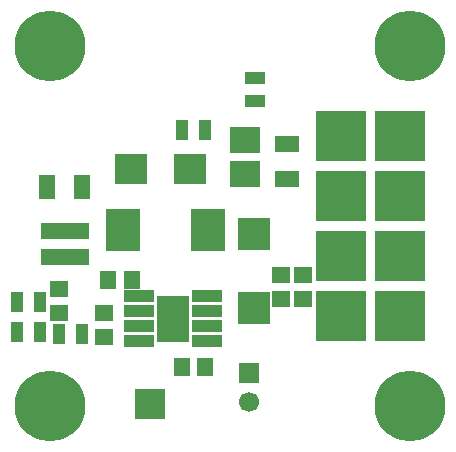
<source format=gbr>
G04 #@! TF.FileFunction,Soldermask,Bot*
%FSLAX46Y46*%
G04 Gerber Fmt 4.6, Leading zero omitted, Abs format (unit mm)*
G04 Created by KiCad (PCBNEW 4.0.2-stable) date 07/11/2016 13:31:13*
%MOMM*%
G01*
G04 APERTURE LIST*
%ADD10C,0.150000*%
%ADD11R,1.100000X1.700000*%
%ADD12C,6.000000*%
%ADD13R,2.830000X2.770000*%
%ADD14R,1.650000X1.400000*%
%ADD15R,1.400000X1.650000*%
%ADD16R,2.770000X2.630000*%
%ADD17R,1.400000X2.000000*%
%ADD18R,2.630000X2.200000*%
%ADD19R,2.000000X1.400000*%
%ADD20R,3.000000X3.600000*%
%ADD21R,4.210000X4.210000*%
%ADD22R,4.100020X1.400760*%
%ADD23R,2.635200X2.635200*%
%ADD24R,1.700000X1.100000*%
%ADD25R,1.575000X1.575000*%
%ADD26R,2.550000X1.000000*%
%ADD27C,1.000000*%
%ADD28C,1.700000*%
%ADD29R,1.700000X1.700000*%
G04 APERTURE END LIST*
D10*
D11*
X124648000Y-95504000D03*
X122748000Y-95504000D03*
D12*
X121920000Y-71120000D03*
X152400000Y-71120000D03*
X121920000Y-101600000D03*
X152400000Y-101600000D03*
D13*
X139192000Y-87050000D03*
X139192000Y-93290000D03*
D14*
X141478000Y-92567000D03*
X141478000Y-90567000D03*
X143383000Y-92567000D03*
X143383000Y-90567000D03*
X126492000Y-95742000D03*
X126492000Y-93742000D03*
X122682000Y-93710000D03*
X122682000Y-91710000D03*
D15*
X135112000Y-98298000D03*
X133112000Y-98298000D03*
X126889000Y-90932000D03*
X128889000Y-90932000D03*
D16*
X133788000Y-81534000D03*
X128848000Y-81534000D03*
D17*
X124690000Y-83058000D03*
X121690000Y-83058000D03*
D18*
X138430000Y-81978000D03*
X138430000Y-79058000D03*
D19*
X141986000Y-79399000D03*
X141986000Y-82399000D03*
D20*
X135299000Y-86741000D03*
X128099000Y-86741000D03*
D21*
X151558000Y-93980000D03*
X146558000Y-93980000D03*
X151558000Y-88900000D03*
X146558000Y-88900000D03*
X151558000Y-78740000D03*
X146558000Y-78740000D03*
X151558000Y-83820000D03*
X146558000Y-83820000D03*
D22*
X123190000Y-88983820D03*
X123190000Y-86784180D03*
D11*
X133162000Y-78232000D03*
X135062000Y-78232000D03*
D23*
X130429000Y-101473000D03*
D11*
X119192000Y-92837000D03*
X121092000Y-92837000D03*
X121092000Y-95377000D03*
X119192000Y-95377000D03*
D24*
X139319000Y-75753000D03*
X139319000Y-73853000D03*
D25*
X132923280Y-93055440D03*
X131747260Y-93055440D03*
D26*
X135209000Y-92329000D03*
X135209000Y-93599000D03*
X135209000Y-94869000D03*
X135209000Y-96139000D03*
X129459000Y-96139000D03*
X129459000Y-94869000D03*
X129459000Y-93599000D03*
X129459000Y-92329000D03*
D25*
X131746500Y-95405700D03*
X131746500Y-94230700D03*
X132921500Y-95405700D03*
X132921500Y-94230700D03*
D27*
X132842000Y-94234000D03*
X131762500Y-94234000D03*
X132842000Y-95377000D03*
X131762500Y-95377000D03*
X132905500Y-93027500D03*
X131762500Y-93027500D03*
D28*
X138811000Y-101306000D03*
D29*
X138811000Y-98806000D03*
M02*

</source>
